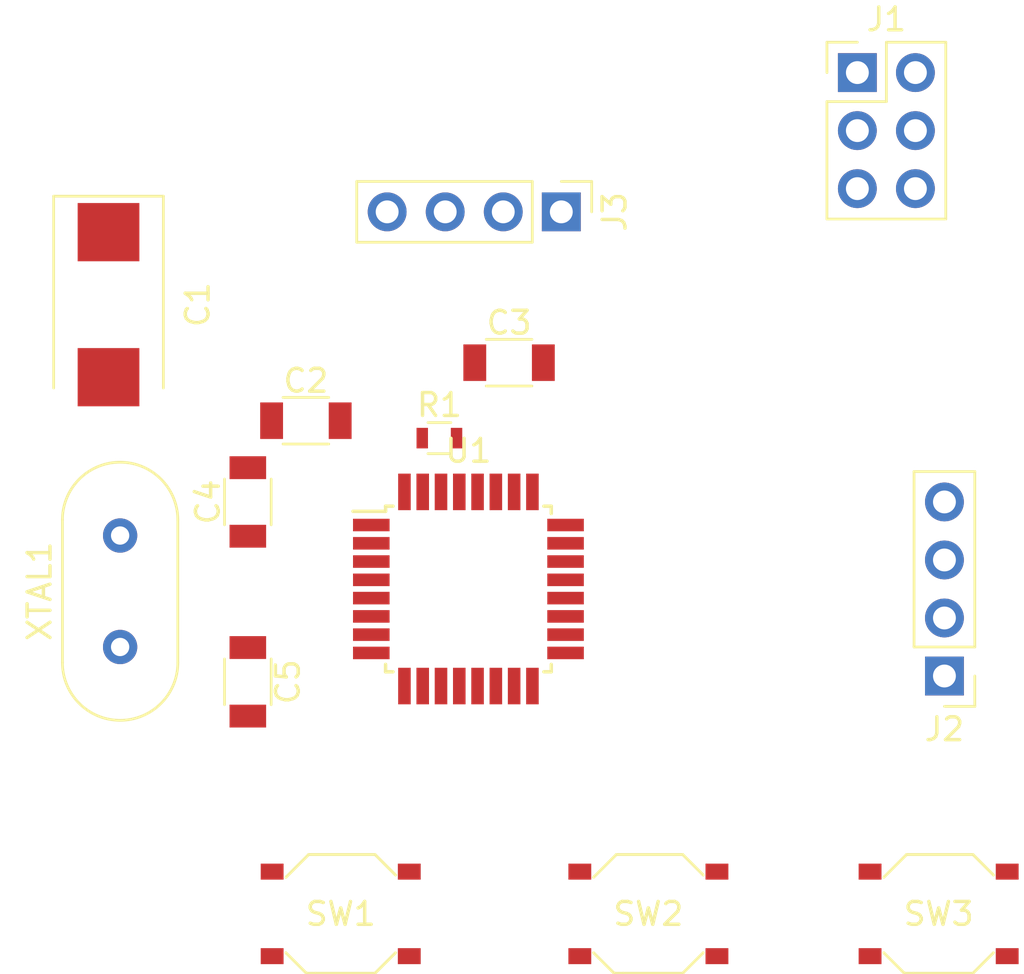
<source format=kicad_pcb>
(kicad_pcb (version 20171130) (host pcbnew "(5.0.1)-3")

  (general
    (thickness 1.6)
    (drawings 0)
    (tracks 0)
    (zones 0)
    (modules 14)
    (nets 17)
  )

  (page A4)
  (layers
    (0 F.Cu signal)
    (31 B.Cu signal)
    (32 B.Adhes user)
    (33 F.Adhes user)
    (34 B.Paste user)
    (35 F.Paste user)
    (36 B.SilkS user)
    (37 F.SilkS user)
    (38 B.Mask user)
    (39 F.Mask user)
    (40 Dwgs.User user)
    (41 Cmts.User user)
    (42 Eco1.User user)
    (43 Eco2.User user)
    (44 Edge.Cuts user)
    (45 Margin user)
    (46 B.CrtYd user)
    (47 F.CrtYd user)
    (48 B.Fab user)
    (49 F.Fab user)
  )

  (setup
    (last_trace_width 0.25)
    (trace_clearance 0.2)
    (zone_clearance 0.508)
    (zone_45_only no)
    (trace_min 0.2)
    (segment_width 0.2)
    (edge_width 0.15)
    (via_size 0.8)
    (via_drill 0.4)
    (via_min_size 0.4)
    (via_min_drill 0.3)
    (uvia_size 0.3)
    (uvia_drill 0.1)
    (uvias_allowed no)
    (uvia_min_size 0.2)
    (uvia_min_drill 0.1)
    (pcb_text_width 0.3)
    (pcb_text_size 1.5 1.5)
    (mod_edge_width 0.15)
    (mod_text_size 1 1)
    (mod_text_width 0.15)
    (pad_size 1.524 1.524)
    (pad_drill 0.762)
    (pad_to_mask_clearance 0.051)
    (solder_mask_min_width 0.25)
    (aux_axis_origin 0 0)
    (visible_elements FFFFFF7F)
    (pcbplotparams
      (layerselection 0x010fc_ffffffff)
      (usegerberextensions false)
      (usegerberattributes false)
      (usegerberadvancedattributes false)
      (creategerberjobfile false)
      (excludeedgelayer true)
      (linewidth 0.100000)
      (plotframeref false)
      (viasonmask false)
      (mode 1)
      (useauxorigin false)
      (hpglpennumber 1)
      (hpglpenspeed 20)
      (hpglpendiameter 15.000000)
      (psnegative false)
      (psa4output false)
      (plotreference true)
      (plotvalue true)
      (plotinvisibletext false)
      (padsonsilk false)
      (subtractmaskfromsilk false)
      (outputformat 1)
      (mirror false)
      (drillshape 1)
      (scaleselection 1)
      (outputdirectory ""))
  )

  (net 0 "")
  (net 1 +5V)
  (net 2 GND)
  (net 3 "Net-(C3-Pad2)")
  (net 4 "Net-(C4-Pad1)")
  (net 5 "Net-(C5-Pad1)")
  (net 6 RST)
  (net 7 MOSI)
  (net 8 SCK)
  (net 9 MISO)
  (net 10 SCL)
  (net 11 SDA)
  (net 12 "Net-(J3-Pad1)")
  (net 13 "Net-(J3-Pad2)")
  (net 14 "Net-(SW1-Pad1)")
  (net 15 "Net-(SW2-Pad1)")
  (net 16 "Net-(SW3-Pad1)")

  (net_class Default "This is the default net class."
    (clearance 0.2)
    (trace_width 0.25)
    (via_dia 0.8)
    (via_drill 0.4)
    (uvia_dia 0.3)
    (uvia_drill 0.1)
    (add_net +5V)
    (add_net GND)
    (add_net MISO)
    (add_net MOSI)
    (add_net "Net-(C3-Pad2)")
    (add_net "Net-(C4-Pad1)")
    (add_net "Net-(C5-Pad1)")
    (add_net "Net-(J3-Pad1)")
    (add_net "Net-(J3-Pad2)")
    (add_net "Net-(SW1-Pad1)")
    (add_net "Net-(SW2-Pad1)")
    (add_net "Net-(SW3-Pad1)")
    (add_net RST)
    (add_net SCK)
    (add_net SCL)
    (add_net SDA)
  )

  (module Capacitors_Tantalum_SMD:CP_Tantalum_Case-D_EIA-7343-31_Reflow (layer F.Cu) (tedit 58CC8C08) (tstamp 5D755080)
    (at 108.458 80.01 270)
    (descr "Tantalum capacitor, Case D, EIA 7343-31, 7.3x4.3x2.8mm, Reflow soldering footprint")
    (tags "capacitor tantalum smd")
    (path /5D75463E)
    (attr smd)
    (fp_text reference C1 (at 0 -3.9 270) (layer F.SilkS)
      (effects (font (size 1 1) (thickness 0.15)))
    )
    (fp_text value 10uF (at 0 3.9 270) (layer F.Fab)
      (effects (font (size 1 1) (thickness 0.15)))
    )
    (fp_line (start -4.75 -2.4) (end -4.75 2.4) (layer F.SilkS) (width 0.12))
    (fp_line (start -4.75 2.4) (end 3.65 2.4) (layer F.SilkS) (width 0.12))
    (fp_line (start -4.75 -2.4) (end 3.65 -2.4) (layer F.SilkS) (width 0.12))
    (fp_line (start -2.555 -2.15) (end -2.555 2.15) (layer F.Fab) (width 0.1))
    (fp_line (start -2.92 -2.15) (end -2.92 2.15) (layer F.Fab) (width 0.1))
    (fp_line (start 3.65 -2.15) (end -3.65 -2.15) (layer F.Fab) (width 0.1))
    (fp_line (start 3.65 2.15) (end 3.65 -2.15) (layer F.Fab) (width 0.1))
    (fp_line (start -3.65 2.15) (end 3.65 2.15) (layer F.Fab) (width 0.1))
    (fp_line (start -3.65 -2.15) (end -3.65 2.15) (layer F.Fab) (width 0.1))
    (fp_line (start 4.85 -2.5) (end -4.85 -2.5) (layer F.CrtYd) (width 0.05))
    (fp_line (start 4.85 2.5) (end 4.85 -2.5) (layer F.CrtYd) (width 0.05))
    (fp_line (start -4.85 2.5) (end 4.85 2.5) (layer F.CrtYd) (width 0.05))
    (fp_line (start -4.85 -2.5) (end -4.85 2.5) (layer F.CrtYd) (width 0.05))
    (fp_text user %R (at 0 0 270) (layer F.Fab)
      (effects (font (size 1 1) (thickness 0.15)))
    )
    (pad 2 smd rect (at 3.175 0 270) (size 2.55 2.7) (layers F.Cu F.Paste F.Mask)
      (net 1 +5V))
    (pad 1 smd rect (at -3.175 0 270) (size 2.55 2.7) (layers F.Cu F.Paste F.Mask)
      (net 2 GND))
    (model Capacitors_Tantalum_SMD.3dshapes/CP_Tantalum_Case-D_EIA-7343-31.wrl
      (at (xyz 0 0 0))
      (scale (xyz 1 1 1))
      (rotate (xyz 0 0 0))
    )
  )

  (module Capacitors_SMD:C_1206 (layer F.Cu) (tedit 58AA84B8) (tstamp 5D755091)
    (at 117.094 85.09)
    (descr "Capacitor SMD 1206, reflow soldering, AVX (see smccp.pdf)")
    (tags "capacitor 1206")
    (path /5D7545D2)
    (attr smd)
    (fp_text reference C2 (at 0 -1.75) (layer F.SilkS)
      (effects (font (size 1 1) (thickness 0.15)))
    )
    (fp_text value 100nF (at 0 2) (layer F.Fab)
      (effects (font (size 1 1) (thickness 0.15)))
    )
    (fp_text user %R (at 0 -1.75) (layer F.Fab)
      (effects (font (size 1 1) (thickness 0.15)))
    )
    (fp_line (start -1.6 0.8) (end -1.6 -0.8) (layer F.Fab) (width 0.1))
    (fp_line (start 1.6 0.8) (end -1.6 0.8) (layer F.Fab) (width 0.1))
    (fp_line (start 1.6 -0.8) (end 1.6 0.8) (layer F.Fab) (width 0.1))
    (fp_line (start -1.6 -0.8) (end 1.6 -0.8) (layer F.Fab) (width 0.1))
    (fp_line (start 1 -1.02) (end -1 -1.02) (layer F.SilkS) (width 0.12))
    (fp_line (start -1 1.02) (end 1 1.02) (layer F.SilkS) (width 0.12))
    (fp_line (start -2.25 -1.05) (end 2.25 -1.05) (layer F.CrtYd) (width 0.05))
    (fp_line (start -2.25 -1.05) (end -2.25 1.05) (layer F.CrtYd) (width 0.05))
    (fp_line (start 2.25 1.05) (end 2.25 -1.05) (layer F.CrtYd) (width 0.05))
    (fp_line (start 2.25 1.05) (end -2.25 1.05) (layer F.CrtYd) (width 0.05))
    (pad 1 smd rect (at -1.5 0) (size 1 1.6) (layers F.Cu F.Paste F.Mask)
      (net 2 GND))
    (pad 2 smd rect (at 1.5 0) (size 1 1.6) (layers F.Cu F.Paste F.Mask)
      (net 1 +5V))
    (model Capacitors_SMD.3dshapes/C_1206.wrl
      (at (xyz 0 0 0))
      (scale (xyz 1 1 1))
      (rotate (xyz 0 0 0))
    )
  )

  (module Capacitors_SMD:C_1206 (layer F.Cu) (tedit 58AA84B8) (tstamp 5D7550A2)
    (at 125.984 82.55)
    (descr "Capacitor SMD 1206, reflow soldering, AVX (see smccp.pdf)")
    (tags "capacitor 1206")
    (path /5D754323)
    (attr smd)
    (fp_text reference C3 (at 0 -1.75) (layer F.SilkS)
      (effects (font (size 1 1) (thickness 0.15)))
    )
    (fp_text value 100nF (at 0 2) (layer F.Fab)
      (effects (font (size 1 1) (thickness 0.15)))
    )
    (fp_line (start 2.25 1.05) (end -2.25 1.05) (layer F.CrtYd) (width 0.05))
    (fp_line (start 2.25 1.05) (end 2.25 -1.05) (layer F.CrtYd) (width 0.05))
    (fp_line (start -2.25 -1.05) (end -2.25 1.05) (layer F.CrtYd) (width 0.05))
    (fp_line (start -2.25 -1.05) (end 2.25 -1.05) (layer F.CrtYd) (width 0.05))
    (fp_line (start -1 1.02) (end 1 1.02) (layer F.SilkS) (width 0.12))
    (fp_line (start 1 -1.02) (end -1 -1.02) (layer F.SilkS) (width 0.12))
    (fp_line (start -1.6 -0.8) (end 1.6 -0.8) (layer F.Fab) (width 0.1))
    (fp_line (start 1.6 -0.8) (end 1.6 0.8) (layer F.Fab) (width 0.1))
    (fp_line (start 1.6 0.8) (end -1.6 0.8) (layer F.Fab) (width 0.1))
    (fp_line (start -1.6 0.8) (end -1.6 -0.8) (layer F.Fab) (width 0.1))
    (fp_text user %R (at 0 -1.75) (layer F.Fab)
      (effects (font (size 1 1) (thickness 0.15)))
    )
    (pad 2 smd rect (at 1.5 0) (size 1 1.6) (layers F.Cu F.Paste F.Mask)
      (net 3 "Net-(C3-Pad2)"))
    (pad 1 smd rect (at -1.5 0) (size 1 1.6) (layers F.Cu F.Paste F.Mask)
      (net 2 GND))
    (model Capacitors_SMD.3dshapes/C_1206.wrl
      (at (xyz 0 0 0))
      (scale (xyz 1 1 1))
      (rotate (xyz 0 0 0))
    )
  )

  (module Capacitors_SMD:C_1206 (layer F.Cu) (tedit 58AA84B8) (tstamp 5D7550B3)
    (at 114.554 88.646 90)
    (descr "Capacitor SMD 1206, reflow soldering, AVX (see smccp.pdf)")
    (tags "capacitor 1206")
    (path /5D75696A)
    (attr smd)
    (fp_text reference C4 (at 0 -1.75 90) (layer F.SilkS)
      (effects (font (size 1 1) (thickness 0.15)))
    )
    (fp_text value 33pF (at 0 2 90) (layer F.Fab)
      (effects (font (size 1 1) (thickness 0.15)))
    )
    (fp_line (start 2.25 1.05) (end -2.25 1.05) (layer F.CrtYd) (width 0.05))
    (fp_line (start 2.25 1.05) (end 2.25 -1.05) (layer F.CrtYd) (width 0.05))
    (fp_line (start -2.25 -1.05) (end -2.25 1.05) (layer F.CrtYd) (width 0.05))
    (fp_line (start -2.25 -1.05) (end 2.25 -1.05) (layer F.CrtYd) (width 0.05))
    (fp_line (start -1 1.02) (end 1 1.02) (layer F.SilkS) (width 0.12))
    (fp_line (start 1 -1.02) (end -1 -1.02) (layer F.SilkS) (width 0.12))
    (fp_line (start -1.6 -0.8) (end 1.6 -0.8) (layer F.Fab) (width 0.1))
    (fp_line (start 1.6 -0.8) (end 1.6 0.8) (layer F.Fab) (width 0.1))
    (fp_line (start 1.6 0.8) (end -1.6 0.8) (layer F.Fab) (width 0.1))
    (fp_line (start -1.6 0.8) (end -1.6 -0.8) (layer F.Fab) (width 0.1))
    (fp_text user %R (at 0 -1.75 90) (layer F.Fab)
      (effects (font (size 1 1) (thickness 0.15)))
    )
    (pad 2 smd rect (at 1.5 0 90) (size 1 1.6) (layers F.Cu F.Paste F.Mask)
      (net 2 GND))
    (pad 1 smd rect (at -1.5 0 90) (size 1 1.6) (layers F.Cu F.Paste F.Mask)
      (net 4 "Net-(C4-Pad1)"))
    (model Capacitors_SMD.3dshapes/C_1206.wrl
      (at (xyz 0 0 0))
      (scale (xyz 1 1 1))
      (rotate (xyz 0 0 0))
    )
  )

  (module Capacitors_SMD:C_1206 (layer F.Cu) (tedit 58AA84B8) (tstamp 5D7550C4)
    (at 114.554 96.52 270)
    (descr "Capacitor SMD 1206, reflow soldering, AVX (see smccp.pdf)")
    (tags "capacitor 1206")
    (path /5D756A0E)
    (attr smd)
    (fp_text reference C5 (at 0 -1.75 270) (layer F.SilkS)
      (effects (font (size 1 1) (thickness 0.15)))
    )
    (fp_text value 33pF (at 0 2 270) (layer F.Fab)
      (effects (font (size 1 1) (thickness 0.15)))
    )
    (fp_text user %R (at 0 -1.75 270) (layer F.Fab)
      (effects (font (size 1 1) (thickness 0.15)))
    )
    (fp_line (start -1.6 0.8) (end -1.6 -0.8) (layer F.Fab) (width 0.1))
    (fp_line (start 1.6 0.8) (end -1.6 0.8) (layer F.Fab) (width 0.1))
    (fp_line (start 1.6 -0.8) (end 1.6 0.8) (layer F.Fab) (width 0.1))
    (fp_line (start -1.6 -0.8) (end 1.6 -0.8) (layer F.Fab) (width 0.1))
    (fp_line (start 1 -1.02) (end -1 -1.02) (layer F.SilkS) (width 0.12))
    (fp_line (start -1 1.02) (end 1 1.02) (layer F.SilkS) (width 0.12))
    (fp_line (start -2.25 -1.05) (end 2.25 -1.05) (layer F.CrtYd) (width 0.05))
    (fp_line (start -2.25 -1.05) (end -2.25 1.05) (layer F.CrtYd) (width 0.05))
    (fp_line (start 2.25 1.05) (end 2.25 -1.05) (layer F.CrtYd) (width 0.05))
    (fp_line (start 2.25 1.05) (end -2.25 1.05) (layer F.CrtYd) (width 0.05))
    (pad 1 smd rect (at -1.5 0 270) (size 1 1.6) (layers F.Cu F.Paste F.Mask)
      (net 5 "Net-(C5-Pad1)"))
    (pad 2 smd rect (at 1.5 0 270) (size 1 1.6) (layers F.Cu F.Paste F.Mask)
      (net 2 GND))
    (model Capacitors_SMD.3dshapes/C_1206.wrl
      (at (xyz 0 0 0))
      (scale (xyz 1 1 1))
      (rotate (xyz 0 0 0))
    )
  )

  (module Pin_Headers:Pin_Header_Straight_2x03_Pitch2.54mm (layer F.Cu) (tedit 59650532) (tstamp 5D7550E0)
    (at 141.224 69.85)
    (descr "Through hole straight pin header, 2x03, 2.54mm pitch, double rows")
    (tags "Through hole pin header THT 2x03 2.54mm double row")
    (path /5D753DE7)
    (fp_text reference J1 (at 1.27 -2.33) (layer F.SilkS)
      (effects (font (size 1 1) (thickness 0.15)))
    )
    (fp_text value PROG (at 1.27 7.41) (layer F.Fab)
      (effects (font (size 1 1) (thickness 0.15)))
    )
    (fp_text user %R (at 1.27 2.54 90) (layer F.Fab)
      (effects (font (size 1 1) (thickness 0.15)))
    )
    (fp_line (start 4.35 -1.8) (end -1.8 -1.8) (layer F.CrtYd) (width 0.05))
    (fp_line (start 4.35 6.85) (end 4.35 -1.8) (layer F.CrtYd) (width 0.05))
    (fp_line (start -1.8 6.85) (end 4.35 6.85) (layer F.CrtYd) (width 0.05))
    (fp_line (start -1.8 -1.8) (end -1.8 6.85) (layer F.CrtYd) (width 0.05))
    (fp_line (start -1.33 -1.33) (end 0 -1.33) (layer F.SilkS) (width 0.12))
    (fp_line (start -1.33 0) (end -1.33 -1.33) (layer F.SilkS) (width 0.12))
    (fp_line (start 1.27 -1.33) (end 3.87 -1.33) (layer F.SilkS) (width 0.12))
    (fp_line (start 1.27 1.27) (end 1.27 -1.33) (layer F.SilkS) (width 0.12))
    (fp_line (start -1.33 1.27) (end 1.27 1.27) (layer F.SilkS) (width 0.12))
    (fp_line (start 3.87 -1.33) (end 3.87 6.41) (layer F.SilkS) (width 0.12))
    (fp_line (start -1.33 1.27) (end -1.33 6.41) (layer F.SilkS) (width 0.12))
    (fp_line (start -1.33 6.41) (end 3.87 6.41) (layer F.SilkS) (width 0.12))
    (fp_line (start -1.27 0) (end 0 -1.27) (layer F.Fab) (width 0.1))
    (fp_line (start -1.27 6.35) (end -1.27 0) (layer F.Fab) (width 0.1))
    (fp_line (start 3.81 6.35) (end -1.27 6.35) (layer F.Fab) (width 0.1))
    (fp_line (start 3.81 -1.27) (end 3.81 6.35) (layer F.Fab) (width 0.1))
    (fp_line (start 0 -1.27) (end 3.81 -1.27) (layer F.Fab) (width 0.1))
    (pad 6 thru_hole oval (at 2.54 5.08) (size 1.7 1.7) (drill 1) (layers *.Cu *.Mask)
      (net 2 GND))
    (pad 5 thru_hole oval (at 0 5.08) (size 1.7 1.7) (drill 1) (layers *.Cu *.Mask)
      (net 6 RST))
    (pad 4 thru_hole oval (at 2.54 2.54) (size 1.7 1.7) (drill 1) (layers *.Cu *.Mask)
      (net 7 MOSI))
    (pad 3 thru_hole oval (at 0 2.54) (size 1.7 1.7) (drill 1) (layers *.Cu *.Mask)
      (net 8 SCK))
    (pad 2 thru_hole oval (at 2.54 0) (size 1.7 1.7) (drill 1) (layers *.Cu *.Mask)
      (net 1 +5V))
    (pad 1 thru_hole rect (at 0 0) (size 1.7 1.7) (drill 1) (layers *.Cu *.Mask)
      (net 9 MISO))
    (model ${KISYS3DMOD}/Pin_Headers.3dshapes/Pin_Header_Straight_2x03_Pitch2.54mm.wrl
      (at (xyz 0 0 0))
      (scale (xyz 1 1 1))
      (rotate (xyz 0 0 0))
    )
  )

  (module Pin_Headers:Pin_Header_Straight_1x04_Pitch2.54mm (layer F.Cu) (tedit 59650532) (tstamp 5D7550F8)
    (at 145.034 96.266 180)
    (descr "Through hole straight pin header, 1x04, 2.54mm pitch, single row")
    (tags "Through hole pin header THT 1x04 2.54mm single row")
    (path /5D753B7C)
    (fp_text reference J2 (at 0 -2.33 180) (layer F.SilkS)
      (effects (font (size 1 1) (thickness 0.15)))
    )
    (fp_text value SSD1306 (at 0 9.95 180) (layer F.Fab)
      (effects (font (size 1 1) (thickness 0.15)))
    )
    (fp_text user %R (at 0 3.81 270) (layer F.Fab)
      (effects (font (size 1 1) (thickness 0.15)))
    )
    (fp_line (start 1.8 -1.8) (end -1.8 -1.8) (layer F.CrtYd) (width 0.05))
    (fp_line (start 1.8 9.4) (end 1.8 -1.8) (layer F.CrtYd) (width 0.05))
    (fp_line (start -1.8 9.4) (end 1.8 9.4) (layer F.CrtYd) (width 0.05))
    (fp_line (start -1.8 -1.8) (end -1.8 9.4) (layer F.CrtYd) (width 0.05))
    (fp_line (start -1.33 -1.33) (end 0 -1.33) (layer F.SilkS) (width 0.12))
    (fp_line (start -1.33 0) (end -1.33 -1.33) (layer F.SilkS) (width 0.12))
    (fp_line (start -1.33 1.27) (end 1.33 1.27) (layer F.SilkS) (width 0.12))
    (fp_line (start 1.33 1.27) (end 1.33 8.95) (layer F.SilkS) (width 0.12))
    (fp_line (start -1.33 1.27) (end -1.33 8.95) (layer F.SilkS) (width 0.12))
    (fp_line (start -1.33 8.95) (end 1.33 8.95) (layer F.SilkS) (width 0.12))
    (fp_line (start -1.27 -0.635) (end -0.635 -1.27) (layer F.Fab) (width 0.1))
    (fp_line (start -1.27 8.89) (end -1.27 -0.635) (layer F.Fab) (width 0.1))
    (fp_line (start 1.27 8.89) (end -1.27 8.89) (layer F.Fab) (width 0.1))
    (fp_line (start 1.27 -1.27) (end 1.27 8.89) (layer F.Fab) (width 0.1))
    (fp_line (start -0.635 -1.27) (end 1.27 -1.27) (layer F.Fab) (width 0.1))
    (pad 4 thru_hole oval (at 0 7.62 180) (size 1.7 1.7) (drill 1) (layers *.Cu *.Mask)
      (net 2 GND))
    (pad 3 thru_hole oval (at 0 5.08 180) (size 1.7 1.7) (drill 1) (layers *.Cu *.Mask)
      (net 1 +5V))
    (pad 2 thru_hole oval (at 0 2.54 180) (size 1.7 1.7) (drill 1) (layers *.Cu *.Mask)
      (net 10 SCL))
    (pad 1 thru_hole rect (at 0 0 180) (size 1.7 1.7) (drill 1) (layers *.Cu *.Mask)
      (net 11 SDA))
    (model ${KISYS3DMOD}/Pin_Headers.3dshapes/Pin_Header_Straight_1x04_Pitch2.54mm.wrl
      (at (xyz 0 0 0))
      (scale (xyz 1 1 1))
      (rotate (xyz 0 0 0))
    )
  )

  (module Pin_Headers:Pin_Header_Straight_1x04_Pitch2.54mm (layer F.Cu) (tedit 59650532) (tstamp 5D755110)
    (at 128.27 75.946 270)
    (descr "Through hole straight pin header, 1x04, 2.54mm pitch, single row")
    (tags "Through hole pin header THT 1x04 2.54mm single row")
    (path /5D7651C5)
    (fp_text reference J3 (at 0 -2.33 270) (layer F.SilkS)
      (effects (font (size 1 1) (thickness 0.15)))
    )
    (fp_text value L298 (at 0 9.95 270) (layer F.Fab)
      (effects (font (size 1 1) (thickness 0.15)))
    )
    (fp_line (start -0.635 -1.27) (end 1.27 -1.27) (layer F.Fab) (width 0.1))
    (fp_line (start 1.27 -1.27) (end 1.27 8.89) (layer F.Fab) (width 0.1))
    (fp_line (start 1.27 8.89) (end -1.27 8.89) (layer F.Fab) (width 0.1))
    (fp_line (start -1.27 8.89) (end -1.27 -0.635) (layer F.Fab) (width 0.1))
    (fp_line (start -1.27 -0.635) (end -0.635 -1.27) (layer F.Fab) (width 0.1))
    (fp_line (start -1.33 8.95) (end 1.33 8.95) (layer F.SilkS) (width 0.12))
    (fp_line (start -1.33 1.27) (end -1.33 8.95) (layer F.SilkS) (width 0.12))
    (fp_line (start 1.33 1.27) (end 1.33 8.95) (layer F.SilkS) (width 0.12))
    (fp_line (start -1.33 1.27) (end 1.33 1.27) (layer F.SilkS) (width 0.12))
    (fp_line (start -1.33 0) (end -1.33 -1.33) (layer F.SilkS) (width 0.12))
    (fp_line (start -1.33 -1.33) (end 0 -1.33) (layer F.SilkS) (width 0.12))
    (fp_line (start -1.8 -1.8) (end -1.8 9.4) (layer F.CrtYd) (width 0.05))
    (fp_line (start -1.8 9.4) (end 1.8 9.4) (layer F.CrtYd) (width 0.05))
    (fp_line (start 1.8 9.4) (end 1.8 -1.8) (layer F.CrtYd) (width 0.05))
    (fp_line (start 1.8 -1.8) (end -1.8 -1.8) (layer F.CrtYd) (width 0.05))
    (fp_text user %R (at 0 3.81) (layer F.Fab)
      (effects (font (size 1 1) (thickness 0.15)))
    )
    (pad 1 thru_hole rect (at 0 0 270) (size 1.7 1.7) (drill 1) (layers *.Cu *.Mask)
      (net 12 "Net-(J3-Pad1)"))
    (pad 2 thru_hole oval (at 0 2.54 270) (size 1.7 1.7) (drill 1) (layers *.Cu *.Mask)
      (net 13 "Net-(J3-Pad2)"))
    (pad 3 thru_hole oval (at 0 5.08 270) (size 1.7 1.7) (drill 1) (layers *.Cu *.Mask)
      (net 1 +5V))
    (pad 4 thru_hole oval (at 0 7.62 270) (size 1.7 1.7) (drill 1) (layers *.Cu *.Mask)
      (net 2 GND))
    (model ${KISYS3DMOD}/Pin_Headers.3dshapes/Pin_Header_Straight_1x04_Pitch2.54mm.wrl
      (at (xyz 0 0 0))
      (scale (xyz 1 1 1))
      (rotate (xyz 0 0 0))
    )
  )

  (module Resistors_SMD:R_0603 (layer F.Cu) (tedit 58E0A804) (tstamp 5D755121)
    (at 122.936 85.852)
    (descr "Resistor SMD 0603, reflow soldering, Vishay (see dcrcw.pdf)")
    (tags "resistor 0603")
    (path /5D758534)
    (attr smd)
    (fp_text reference R1 (at 0 -1.45) (layer F.SilkS)
      (effects (font (size 1 1) (thickness 0.15)))
    )
    (fp_text value 10k (at 0 1.5) (layer F.Fab)
      (effects (font (size 1 1) (thickness 0.15)))
    )
    (fp_line (start 1.25 0.7) (end -1.25 0.7) (layer F.CrtYd) (width 0.05))
    (fp_line (start 1.25 0.7) (end 1.25 -0.7) (layer F.CrtYd) (width 0.05))
    (fp_line (start -1.25 -0.7) (end -1.25 0.7) (layer F.CrtYd) (width 0.05))
    (fp_line (start -1.25 -0.7) (end 1.25 -0.7) (layer F.CrtYd) (width 0.05))
    (fp_line (start -0.5 -0.68) (end 0.5 -0.68) (layer F.SilkS) (width 0.12))
    (fp_line (start 0.5 0.68) (end -0.5 0.68) (layer F.SilkS) (width 0.12))
    (fp_line (start -0.8 -0.4) (end 0.8 -0.4) (layer F.Fab) (width 0.1))
    (fp_line (start 0.8 -0.4) (end 0.8 0.4) (layer F.Fab) (width 0.1))
    (fp_line (start 0.8 0.4) (end -0.8 0.4) (layer F.Fab) (width 0.1))
    (fp_line (start -0.8 0.4) (end -0.8 -0.4) (layer F.Fab) (width 0.1))
    (fp_text user %R (at 0 0) (layer F.Fab)
      (effects (font (size 0.4 0.4) (thickness 0.075)))
    )
    (pad 2 smd rect (at 0.75 0) (size 0.5 0.9) (layers F.Cu F.Paste F.Mask)
      (net 6 RST))
    (pad 1 smd rect (at -0.75 0) (size 0.5 0.9) (layers F.Cu F.Paste F.Mask)
      (net 1 +5V))
    (model ${KISYS3DMOD}/Resistors_SMD.3dshapes/R_0603.wrl
      (at (xyz 0 0 0))
      (scale (xyz 1 1 1))
      (rotate (xyz 0 0 0))
    )
  )

  (module SMD-BUTTON:SW4-SMD-5.2X5.2X1.5MM (layer F.Cu) (tedit 5C236DB7) (tstamp 5D755136)
    (at 118.618 106.68)
    (path /5D759C24)
    (attr smd)
    (fp_text reference SW1 (at 0 0) (layer F.SilkS)
      (effects (font (size 1 1) (thickness 0.15)))
    )
    (fp_text value SW_Push (at -0.112861 -0.218191) (layer F.SilkS) hide
      (effects (font (size 0.501589 0.501589) (thickness 0.05)))
    )
    (fp_line (start 2.6 1.46863) (end 1.46863 2.6) (layer Dwgs.User) (width 0.127))
    (fp_line (start 1.5 2.6) (end -1.1 2.6) (layer F.SilkS) (width 0.127))
    (fp_line (start -1.1 2.6) (end -1.45982 2.6) (layer F.SilkS) (width 0.127))
    (fp_line (start -1.45982 2.6) (end -2.6 1.45982) (layer Dwgs.User) (width 0.127))
    (fp_line (start -2.6 -1.39584) (end -1.39584 -2.6) (layer Dwgs.User) (width 0.127))
    (fp_line (start -1.4 -2.6) (end 1.5 -2.6) (layer F.SilkS) (width 0.127))
    (fp_line (start 1.43381 -2.6) (end 2.6 -1.43381) (layer Dwgs.User) (width 0.127))
    (fp_poly (pts (xy -2.50464 -2.6) (xy 2.6 -2.6) (xy 2.6 2.60484) (xy -2.50464 2.60484)) (layer Eco1.User) (width 0))
    (fp_line (start -1.4 -2.6) (end -2.4 -1.6) (layer F.SilkS) (width 0.127))
    (fp_line (start 1.5 -2.6) (end 2.4 -1.7) (layer F.SilkS) (width 0.127))
    (fp_line (start 1.5 2.6) (end 2.4 1.7) (layer F.SilkS) (width 0.127))
    (fp_line (start -1.45982 2.6) (end -1.5 2.6) (layer F.SilkS) (width 0.127))
    (fp_line (start -1.5 2.6) (end -2.4 1.7) (layer F.SilkS) (width 0.127))
    (pad 1 smd rect (at -3 -1.85) (size 1 0.7) (layers F.Cu F.Paste F.Mask)
      (net 14 "Net-(SW1-Pad1)"))
    (pad 3 smd rect (at 3 -1.85) (size 1 0.7) (layers F.Cu F.Paste F.Mask))
    (pad 2 smd rect (at -3 1.85) (size 1 0.7) (layers F.Cu F.Paste F.Mask)
      (net 2 GND))
    (pad 4 smd rect (at 3 1.85) (size 1 0.7) (layers F.Cu F.Paste F.Mask))
    (model ${KISYS3DMOD}/Button_Switch_SMD.3dshapes/SW_SPST_TL3342.wrl
      (at (xyz 0 0 0))
      (scale (xyz 1 1 1))
      (rotate (xyz 0 0 0))
    )
  )

  (module SMD-BUTTON:SW4-SMD-5.2X5.2X1.5MM (layer F.Cu) (tedit 5C236DB7) (tstamp 5D75514B)
    (at 132.08 106.68)
    (path /5D759CB0)
    (attr smd)
    (fp_text reference SW2 (at 0 0) (layer F.SilkS)
      (effects (font (size 1 1) (thickness 0.15)))
    )
    (fp_text value SW_Push (at -0.112861 -0.218191) (layer F.SilkS) hide
      (effects (font (size 0.501589 0.501589) (thickness 0.05)))
    )
    (fp_line (start -1.5 2.6) (end -2.4 1.7) (layer F.SilkS) (width 0.127))
    (fp_line (start -1.45982 2.6) (end -1.5 2.6) (layer F.SilkS) (width 0.127))
    (fp_line (start 1.5 2.6) (end 2.4 1.7) (layer F.SilkS) (width 0.127))
    (fp_line (start 1.5 -2.6) (end 2.4 -1.7) (layer F.SilkS) (width 0.127))
    (fp_line (start -1.4 -2.6) (end -2.4 -1.6) (layer F.SilkS) (width 0.127))
    (fp_poly (pts (xy -2.50464 -2.6) (xy 2.6 -2.6) (xy 2.6 2.60484) (xy -2.50464 2.60484)) (layer Eco1.User) (width 0))
    (fp_line (start 1.43381 -2.6) (end 2.6 -1.43381) (layer Dwgs.User) (width 0.127))
    (fp_line (start -1.4 -2.6) (end 1.5 -2.6) (layer F.SilkS) (width 0.127))
    (fp_line (start -2.6 -1.39584) (end -1.39584 -2.6) (layer Dwgs.User) (width 0.127))
    (fp_line (start -1.45982 2.6) (end -2.6 1.45982) (layer Dwgs.User) (width 0.127))
    (fp_line (start -1.1 2.6) (end -1.45982 2.6) (layer F.SilkS) (width 0.127))
    (fp_line (start 1.5 2.6) (end -1.1 2.6) (layer F.SilkS) (width 0.127))
    (fp_line (start 2.6 1.46863) (end 1.46863 2.6) (layer Dwgs.User) (width 0.127))
    (pad 4 smd rect (at 3 1.85) (size 1 0.7) (layers F.Cu F.Paste F.Mask))
    (pad 2 smd rect (at -3 1.85) (size 1 0.7) (layers F.Cu F.Paste F.Mask)
      (net 2 GND))
    (pad 3 smd rect (at 3 -1.85) (size 1 0.7) (layers F.Cu F.Paste F.Mask))
    (pad 1 smd rect (at -3 -1.85) (size 1 0.7) (layers F.Cu F.Paste F.Mask)
      (net 15 "Net-(SW2-Pad1)"))
    (model ${KISYS3DMOD}/Button_Switch_SMD.3dshapes/SW_SPST_TL3342.wrl
      (at (xyz 0 0 0))
      (scale (xyz 1 1 1))
      (rotate (xyz 0 0 0))
    )
  )

  (module SMD-BUTTON:SW4-SMD-5.2X5.2X1.5MM (layer F.Cu) (tedit 5C236DB7) (tstamp 5D755160)
    (at 144.78 106.68)
    (path /5D759CF0)
    (attr smd)
    (fp_text reference SW3 (at 0 0) (layer F.SilkS)
      (effects (font (size 1 1) (thickness 0.15)))
    )
    (fp_text value SW_Push (at -0.112861 -0.218191) (layer F.SilkS) hide
      (effects (font (size 0.501589 0.501589) (thickness 0.05)))
    )
    (fp_line (start 2.6 1.46863) (end 1.46863 2.6) (layer Dwgs.User) (width 0.127))
    (fp_line (start 1.5 2.6) (end -1.1 2.6) (layer F.SilkS) (width 0.127))
    (fp_line (start -1.1 2.6) (end -1.45982 2.6) (layer F.SilkS) (width 0.127))
    (fp_line (start -1.45982 2.6) (end -2.6 1.45982) (layer Dwgs.User) (width 0.127))
    (fp_line (start -2.6 -1.39584) (end -1.39584 -2.6) (layer Dwgs.User) (width 0.127))
    (fp_line (start -1.4 -2.6) (end 1.5 -2.6) (layer F.SilkS) (width 0.127))
    (fp_line (start 1.43381 -2.6) (end 2.6 -1.43381) (layer Dwgs.User) (width 0.127))
    (fp_poly (pts (xy -2.50464 -2.6) (xy 2.6 -2.6) (xy 2.6 2.60484) (xy -2.50464 2.60484)) (layer Eco1.User) (width 0))
    (fp_line (start -1.4 -2.6) (end -2.4 -1.6) (layer F.SilkS) (width 0.127))
    (fp_line (start 1.5 -2.6) (end 2.4 -1.7) (layer F.SilkS) (width 0.127))
    (fp_line (start 1.5 2.6) (end 2.4 1.7) (layer F.SilkS) (width 0.127))
    (fp_line (start -1.45982 2.6) (end -1.5 2.6) (layer F.SilkS) (width 0.127))
    (fp_line (start -1.5 2.6) (end -2.4 1.7) (layer F.SilkS) (width 0.127))
    (pad 1 smd rect (at -3 -1.85) (size 1 0.7) (layers F.Cu F.Paste F.Mask)
      (net 16 "Net-(SW3-Pad1)"))
    (pad 3 smd rect (at 3 -1.85) (size 1 0.7) (layers F.Cu F.Paste F.Mask))
    (pad 2 smd rect (at -3 1.85) (size 1 0.7) (layers F.Cu F.Paste F.Mask)
      (net 2 GND))
    (pad 4 smd rect (at 3 1.85) (size 1 0.7) (layers F.Cu F.Paste F.Mask))
    (model ${KISYS3DMOD}/Button_Switch_SMD.3dshapes/SW_SPST_TL3342.wrl
      (at (xyz 0 0 0))
      (scale (xyz 1 1 1))
      (rotate (xyz 0 0 0))
    )
  )

  (module Crystals:Crystal_HC49-U_Vertical (layer F.Cu) (tedit 58CD2E9C) (tstamp 5D755177)
    (at 108.966 94.996 90)
    (descr "Crystal THT HC-49/U http://5hertz.com/pdfs/04404_D.pdf")
    (tags "THT crystalHC-49/U")
    (path /5D756FAB)
    (fp_text reference XTAL1 (at 2.44 -3.525 90) (layer F.SilkS)
      (effects (font (size 1 1) (thickness 0.15)))
    )
    (fp_text value "16 Mhz" (at 2.44 3.525 90) (layer F.Fab)
      (effects (font (size 1 1) (thickness 0.15)))
    )
    (fp_arc (start 5.565 0) (end 5.565 -2.525) (angle 180) (layer F.SilkS) (width 0.12))
    (fp_arc (start -0.685 0) (end -0.685 -2.525) (angle -180) (layer F.SilkS) (width 0.12))
    (fp_arc (start 5.44 0) (end 5.44 -2) (angle 180) (layer F.Fab) (width 0.1))
    (fp_arc (start -0.56 0) (end -0.56 -2) (angle -180) (layer F.Fab) (width 0.1))
    (fp_arc (start 5.565 0) (end 5.565 -2.325) (angle 180) (layer F.Fab) (width 0.1))
    (fp_arc (start -0.685 0) (end -0.685 -2.325) (angle -180) (layer F.Fab) (width 0.1))
    (fp_line (start 8.4 -2.8) (end -3.5 -2.8) (layer F.CrtYd) (width 0.05))
    (fp_line (start 8.4 2.8) (end 8.4 -2.8) (layer F.CrtYd) (width 0.05))
    (fp_line (start -3.5 2.8) (end 8.4 2.8) (layer F.CrtYd) (width 0.05))
    (fp_line (start -3.5 -2.8) (end -3.5 2.8) (layer F.CrtYd) (width 0.05))
    (fp_line (start -0.685 2.525) (end 5.565 2.525) (layer F.SilkS) (width 0.12))
    (fp_line (start -0.685 -2.525) (end 5.565 -2.525) (layer F.SilkS) (width 0.12))
    (fp_line (start -0.56 2) (end 5.44 2) (layer F.Fab) (width 0.1))
    (fp_line (start -0.56 -2) (end 5.44 -2) (layer F.Fab) (width 0.1))
    (fp_line (start -0.685 2.325) (end 5.565 2.325) (layer F.Fab) (width 0.1))
    (fp_line (start -0.685 -2.325) (end 5.565 -2.325) (layer F.Fab) (width 0.1))
    (fp_text user %R (at 2.44 0 90) (layer F.Fab)
      (effects (font (size 1 1) (thickness 0.15)))
    )
    (pad 2 thru_hole circle (at 4.88 0 90) (size 1.5 1.5) (drill 0.8) (layers *.Cu *.Mask)
      (net 4 "Net-(C4-Pad1)"))
    (pad 1 thru_hole circle (at 0 0 90) (size 1.5 1.5) (drill 0.8) (layers *.Cu *.Mask)
      (net 5 "Net-(C5-Pad1)"))
    (model ${KISYS3DMOD}/Crystals.3dshapes/Crystal_HC49-U_Vertical.wrl
      (at (xyz 0 0 0))
      (scale (xyz 0.393701 0.393701 0.393701))
      (rotate (xyz 0 0 0))
    )
  )

  (module Housings_QFP:TQFP-32_7x7mm_Pitch0.8mm (layer F.Cu) (tedit 58CC9A48) (tstamp 5D7558F7)
    (at 124.206 92.456)
    (descr "32-Lead Plastic Thin Quad Flatpack (PT) - 7x7x1.0 mm Body, 2.00 mm [TQFP] (see Microchip Packaging Specification 00000049BS.pdf)")
    (tags "QFP 0.8")
    (path /5D753A97)
    (attr smd)
    (fp_text reference U1 (at 0 -6.05) (layer F.SilkS)
      (effects (font (size 1 1) (thickness 0.15)))
    )
    (fp_text value ATmega328-AU (at 0 6.05) (layer F.Fab)
      (effects (font (size 1 1) (thickness 0.15)))
    )
    (fp_line (start -3.625 -3.4) (end -5.05 -3.4) (layer F.SilkS) (width 0.15))
    (fp_line (start 3.625 -3.625) (end 3.3 -3.625) (layer F.SilkS) (width 0.15))
    (fp_line (start 3.625 3.625) (end 3.3 3.625) (layer F.SilkS) (width 0.15))
    (fp_line (start -3.625 3.625) (end -3.3 3.625) (layer F.SilkS) (width 0.15))
    (fp_line (start -3.625 -3.625) (end -3.3 -3.625) (layer F.SilkS) (width 0.15))
    (fp_line (start -3.625 3.625) (end -3.625 3.3) (layer F.SilkS) (width 0.15))
    (fp_line (start 3.625 3.625) (end 3.625 3.3) (layer F.SilkS) (width 0.15))
    (fp_line (start 3.625 -3.625) (end 3.625 -3.3) (layer F.SilkS) (width 0.15))
    (fp_line (start -3.625 -3.625) (end -3.625 -3.4) (layer F.SilkS) (width 0.15))
    (fp_line (start -5.3 5.3) (end 5.3 5.3) (layer F.CrtYd) (width 0.05))
    (fp_line (start -5.3 -5.3) (end 5.3 -5.3) (layer F.CrtYd) (width 0.05))
    (fp_line (start 5.3 -5.3) (end 5.3 5.3) (layer F.CrtYd) (width 0.05))
    (fp_line (start -5.3 -5.3) (end -5.3 5.3) (layer F.CrtYd) (width 0.05))
    (fp_line (start -3.5 -2.5) (end -2.5 -3.5) (layer F.Fab) (width 0.15))
    (fp_line (start -3.5 3.5) (end -3.5 -2.5) (layer F.Fab) (width 0.15))
    (fp_line (start 3.5 3.5) (end -3.5 3.5) (layer F.Fab) (width 0.15))
    (fp_line (start 3.5 -3.5) (end 3.5 3.5) (layer F.Fab) (width 0.15))
    (fp_line (start -2.5 -3.5) (end 3.5 -3.5) (layer F.Fab) (width 0.15))
    (fp_text user %R (at 0 0) (layer F.Fab)
      (effects (font (size 1 1) (thickness 0.15)))
    )
    (pad 32 smd rect (at -2.8 -4.25 90) (size 1.6 0.55) (layers F.Cu F.Paste F.Mask))
    (pad 31 smd rect (at -2 -4.25 90) (size 1.6 0.55) (layers F.Cu F.Paste F.Mask)
      (net 13 "Net-(J3-Pad2)"))
    (pad 30 smd rect (at -1.2 -4.25 90) (size 1.6 0.55) (layers F.Cu F.Paste F.Mask)
      (net 12 "Net-(J3-Pad1)"))
    (pad 29 smd rect (at -0.4 -4.25 90) (size 1.6 0.55) (layers F.Cu F.Paste F.Mask)
      (net 6 RST))
    (pad 28 smd rect (at 0.4 -4.25 90) (size 1.6 0.55) (layers F.Cu F.Paste F.Mask)
      (net 10 SCL))
    (pad 27 smd rect (at 1.2 -4.25 90) (size 1.6 0.55) (layers F.Cu F.Paste F.Mask)
      (net 11 SDA))
    (pad 26 smd rect (at 2 -4.25 90) (size 1.6 0.55) (layers F.Cu F.Paste F.Mask))
    (pad 25 smd rect (at 2.8 -4.25 90) (size 1.6 0.55) (layers F.Cu F.Paste F.Mask))
    (pad 24 smd rect (at 4.25 -2.8) (size 1.6 0.55) (layers F.Cu F.Paste F.Mask))
    (pad 23 smd rect (at 4.25 -2) (size 1.6 0.55) (layers F.Cu F.Paste F.Mask))
    (pad 22 smd rect (at 4.25 -1.2) (size 1.6 0.55) (layers F.Cu F.Paste F.Mask))
    (pad 21 smd rect (at 4.25 -0.4) (size 1.6 0.55) (layers F.Cu F.Paste F.Mask)
      (net 2 GND))
    (pad 20 smd rect (at 4.25 0.4) (size 1.6 0.55) (layers F.Cu F.Paste F.Mask)
      (net 3 "Net-(C3-Pad2)"))
    (pad 19 smd rect (at 4.25 1.2) (size 1.6 0.55) (layers F.Cu F.Paste F.Mask))
    (pad 18 smd rect (at 4.25 2) (size 1.6 0.55) (layers F.Cu F.Paste F.Mask)
      (net 1 +5V))
    (pad 17 smd rect (at 4.25 2.8) (size 1.6 0.55) (layers F.Cu F.Paste F.Mask)
      (net 8 SCK))
    (pad 16 smd rect (at 2.8 4.25 90) (size 1.6 0.55) (layers F.Cu F.Paste F.Mask)
      (net 9 MISO))
    (pad 15 smd rect (at 2 4.25 90) (size 1.6 0.55) (layers F.Cu F.Paste F.Mask)
      (net 7 MOSI))
    (pad 14 smd rect (at 1.2 4.25 90) (size 1.6 0.55) (layers F.Cu F.Paste F.Mask)
      (net 16 "Net-(SW3-Pad1)"))
    (pad 13 smd rect (at 0.4 4.25 90) (size 1.6 0.55) (layers F.Cu F.Paste F.Mask)
      (net 15 "Net-(SW2-Pad1)"))
    (pad 12 smd rect (at -0.4 4.25 90) (size 1.6 0.55) (layers F.Cu F.Paste F.Mask)
      (net 14 "Net-(SW1-Pad1)"))
    (pad 11 smd rect (at -1.2 4.25 90) (size 1.6 0.55) (layers F.Cu F.Paste F.Mask))
    (pad 10 smd rect (at -2 4.25 90) (size 1.6 0.55) (layers F.Cu F.Paste F.Mask))
    (pad 9 smd rect (at -2.8 4.25 90) (size 1.6 0.55) (layers F.Cu F.Paste F.Mask))
    (pad 8 smd rect (at -4.25 2.8) (size 1.6 0.55) (layers F.Cu F.Paste F.Mask)
      (net 5 "Net-(C5-Pad1)"))
    (pad 7 smd rect (at -4.25 2) (size 1.6 0.55) (layers F.Cu F.Paste F.Mask)
      (net 4 "Net-(C4-Pad1)"))
    (pad 6 smd rect (at -4.25 1.2) (size 1.6 0.55) (layers F.Cu F.Paste F.Mask)
      (net 1 +5V))
    (pad 5 smd rect (at -4.25 0.4) (size 1.6 0.55) (layers F.Cu F.Paste F.Mask)
      (net 2 GND))
    (pad 4 smd rect (at -4.25 -0.4) (size 1.6 0.55) (layers F.Cu F.Paste F.Mask)
      (net 1 +5V))
    (pad 3 smd rect (at -4.25 -1.2) (size 1.6 0.55) (layers F.Cu F.Paste F.Mask)
      (net 2 GND))
    (pad 2 smd rect (at -4.25 -2) (size 1.6 0.55) (layers F.Cu F.Paste F.Mask))
    (pad 1 smd rect (at -4.25 -2.8) (size 1.6 0.55) (layers F.Cu F.Paste F.Mask))
    (model ${KISYS3DMOD}/Housings_QFP.3dshapes/TQFP-32_7x7mm_Pitch0.8mm.wrl
      (at (xyz 0 0 0))
      (scale (xyz 1 1 1))
      (rotate (xyz 0 0 0))
    )
  )

)

</source>
